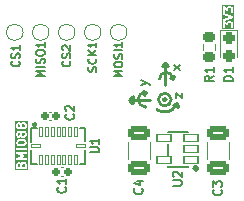
<source format=gbr>
%TF.GenerationSoftware,KiCad,Pcbnew,9.0.0*%
%TF.CreationDate,2025-05-23T15:59:06+04:00*%
%TF.ProjectId,02_03_sensor_IMU_BMI088,30325f30-335f-4736-956e-736f725f494d,rev?*%
%TF.SameCoordinates,Original*%
%TF.FileFunction,Legend,Top*%
%TF.FilePolarity,Positive*%
%FSLAX46Y46*%
G04 Gerber Fmt 4.6, Leading zero omitted, Abs format (unit mm)*
G04 Created by KiCad (PCBNEW 9.0.0) date 2025-05-23 15:59:06*
%MOMM*%
%LPD*%
G01*
G04 APERTURE LIST*
G04 Aperture macros list*
%AMRoundRect*
0 Rectangle with rounded corners*
0 $1 Rounding radius*
0 $2 $3 $4 $5 $6 $7 $8 $9 X,Y pos of 4 corners*
0 Add a 4 corners polygon primitive as box body*
4,1,4,$2,$3,$4,$5,$6,$7,$8,$9,$2,$3,0*
0 Add four circle primitives for the rounded corners*
1,1,$1+$1,$2,$3*
1,1,$1+$1,$4,$5*
1,1,$1+$1,$6,$7*
1,1,$1+$1,$8,$9*
0 Add four rect primitives between the rounded corners*
20,1,$1+$1,$2,$3,$4,$5,0*
20,1,$1+$1,$4,$5,$6,$7,0*
20,1,$1+$1,$6,$7,$8,$9,0*
20,1,$1+$1,$8,$9,$2,$3,0*%
G04 Aperture macros list end*
%ADD10C,0.254000*%
%ADD11C,0.190500*%
%ADD12C,0.150000*%
%ADD13C,0.175000*%
%ADD14C,0.152000*%
%ADD15C,0.059995*%
%ADD16C,0.300000*%
%ADD17C,0.120000*%
%ADD18C,0.200000*%
%ADD19C,0.254001*%
%ADD20C,0.100000*%
%ADD21C,0.000000*%
%ADD22RoundRect,0.101600X0.175000X0.725000X-0.175000X0.725000X-0.175000X-0.725000X0.175000X-0.725000X0*%
%ADD23C,0.657200*%
%ADD24RoundRect,0.050000X0.600000X-0.300000X0.600000X0.300000X-0.600000X0.300000X-0.600000X-0.300000X0*%
%ADD25RoundRect,0.243750X-0.281250X0.243750X-0.281250X-0.243750X0.281250X-0.243750X0.281250X0.243750X0*%
%ADD26C,1.100000*%
%ADD27RoundRect,0.050000X-0.125006X-0.400000X0.125006X-0.400000X0.125006X0.400000X-0.125006X0.400000X0*%
%ADD28RoundRect,0.050000X0.400000X-0.125006X0.400000X0.125006X-0.400000X0.125006X-0.400000X-0.125006X0*%
%ADD29RoundRect,0.050000X0.125006X0.400000X-0.125006X0.400000X-0.125006X-0.400000X0.125006X-0.400000X0*%
%ADD30RoundRect,0.050000X-0.400000X0.125006X-0.400000X-0.125006X0.400000X-0.125006X0.400000X0.125006X0*%
%ADD31RoundRect,0.225000X-0.300000X0.225000X-0.300000X-0.225000X0.300000X-0.225000X0.300000X0.225000X0*%
%ADD32RoundRect,0.165000X-0.165000X-0.195000X0.165000X-0.195000X0.165000X0.195000X-0.165000X0.195000X0*%
%ADD33RoundRect,0.271739X0.678261X-0.353261X0.678261X0.353261X-0.678261X0.353261X-0.678261X-0.353261X0*%
%ADD34RoundRect,0.165000X0.165000X0.195000X-0.165000X0.195000X-0.165000X-0.195000X0.165000X-0.195000X0*%
G04 APERTURE END LIST*
D10*
X152347625Y-97263100D02*
X152347625Y-99168100D01*
X153265200Y-100854025D02*
G75*
G02*
X151652268Y-101260469I-977000J473525D01*
G01*
X153036600Y-100850850D02*
X153392200Y-101057225D01*
X150687100Y-101031825D02*
G75*
G02*
X150687100Y-99761775I0J635025D01*
G01*
X149290100Y-100396825D02*
X149544100Y-100142825D01*
X152982625Y-98660100D02*
X152728625Y-98533100D01*
X153344575Y-100723850D02*
X153036600Y-100850850D01*
X152601625Y-97517100D02*
X152093625Y-97517100D01*
X150687100Y-99761825D02*
X150433100Y-99634825D01*
X152347625Y-97263100D02*
X152093625Y-97517100D01*
X153109625Y-98406100D02*
X152728625Y-98533100D01*
X149569500Y-100676225D02*
X149569500Y-100117425D01*
X149290100Y-100396825D02*
X149544100Y-100650825D01*
X152347625Y-97263100D02*
X152601625Y-97517100D01*
X152982625Y-98660100D02*
X153109625Y-98406100D01*
X150560100Y-99990425D02*
X150433100Y-99634825D01*
X153344575Y-100723850D02*
X153392200Y-101057225D01*
X150687100Y-99761825D02*
X150560100Y-99990425D01*
X149290100Y-100396825D02*
X151068100Y-100396825D01*
X152833400Y-100400000D02*
G75*
G02*
X151766600Y-100400000I-533400J0D01*
G01*
X151766600Y-100400000D02*
G75*
G02*
X152833400Y-100400000I533400J0D01*
G01*
X151839625Y-98660100D02*
G75*
G02*
X152982625Y-98660100I571500J-16D01*
G01*
X152427000Y-100400000D02*
G75*
G02*
X152173000Y-100400000I-127000J0D01*
G01*
X152173000Y-100400000D02*
G75*
G02*
X152427000Y-100400000I127000J0D01*
G01*
D11*
X150258855Y-99160386D02*
X150792189Y-98969910D01*
X150258855Y-98779433D02*
X150792189Y-98969910D01*
X150792189Y-98969910D02*
X150982665Y-99046100D01*
X150982665Y-99046100D02*
X151020760Y-99084195D01*
X151020760Y-99084195D02*
X151058855Y-99160386D01*
D12*
G36*
X158168811Y-94418004D02*
G01*
X157163255Y-94418004D01*
X157163255Y-93833333D01*
X157241033Y-93833333D01*
X157241033Y-94266667D01*
X157242474Y-94281299D01*
X157253673Y-94308335D01*
X157274365Y-94329027D01*
X157301401Y-94340226D01*
X157330665Y-94340226D01*
X157357701Y-94329027D01*
X157378393Y-94308335D01*
X157389592Y-94281299D01*
X157391033Y-94266667D01*
X157391033Y-93998615D01*
X157533312Y-94123110D01*
X157539636Y-94127631D01*
X157541032Y-94129027D01*
X157542355Y-94129575D01*
X157545273Y-94131661D01*
X157556810Y-94135562D01*
X157568068Y-94140226D01*
X157570599Y-94140226D01*
X157572994Y-94141036D01*
X157585147Y-94140226D01*
X157597332Y-94140226D01*
X157599668Y-94139258D01*
X157602192Y-94139090D01*
X157613117Y-94133687D01*
X157624368Y-94129027D01*
X157626154Y-94127240D01*
X157628424Y-94126118D01*
X157636449Y-94116945D01*
X157645060Y-94108335D01*
X157646028Y-94105998D01*
X157647694Y-94104094D01*
X157651595Y-94092556D01*
X157656259Y-94081299D01*
X157656610Y-94077728D01*
X157657069Y-94076373D01*
X157656937Y-94074405D01*
X157657700Y-94066667D01*
X157657700Y-93984371D01*
X157677671Y-93944427D01*
X157693793Y-93928305D01*
X157733738Y-93908333D01*
X157864994Y-93908333D01*
X157904940Y-93928306D01*
X157921061Y-93944427D01*
X157941033Y-93984371D01*
X157941033Y-94148962D01*
X157921061Y-94188906D01*
X157896333Y-94213634D01*
X157887006Y-94224999D01*
X157875807Y-94252036D01*
X157875807Y-94281298D01*
X157887006Y-94308335D01*
X157907698Y-94329027D01*
X157934735Y-94340226D01*
X157963997Y-94340226D01*
X157991034Y-94329027D01*
X158002399Y-94319700D01*
X158035733Y-94286366D01*
X158040451Y-94280616D01*
X158041950Y-94279317D01*
X158043371Y-94277057D01*
X158045060Y-94275001D01*
X158045817Y-94273173D01*
X158049782Y-94266874D01*
X158083115Y-94200208D01*
X158088370Y-94186476D01*
X158088560Y-94183788D01*
X158089592Y-94181299D01*
X158091033Y-94166667D01*
X158091033Y-93966667D01*
X158089592Y-93952035D01*
X158088560Y-93949545D01*
X158088370Y-93946858D01*
X158083115Y-93933127D01*
X158049782Y-93866459D01*
X158045817Y-93860161D01*
X158045060Y-93858332D01*
X158043369Y-93856272D01*
X158041950Y-93854017D01*
X158040453Y-93852719D01*
X158035732Y-93846966D01*
X158002398Y-93813633D01*
X157996646Y-93808912D01*
X157995350Y-93807418D01*
X157993095Y-93805998D01*
X157991033Y-93804306D01*
X157989202Y-93803548D01*
X157982908Y-93799585D01*
X157916242Y-93766251D01*
X157902510Y-93760996D01*
X157899820Y-93760804D01*
X157897332Y-93759774D01*
X157882700Y-93758333D01*
X157716033Y-93758333D01*
X157701401Y-93759774D01*
X157698912Y-93760804D01*
X157696223Y-93760996D01*
X157682491Y-93766251D01*
X157615825Y-93799585D01*
X157609528Y-93803548D01*
X157607698Y-93804307D01*
X157605636Y-93805998D01*
X157603382Y-93807418D01*
X157602085Y-93808913D01*
X157596333Y-93813634D01*
X157563000Y-93846967D01*
X157558281Y-93852716D01*
X157556783Y-93854016D01*
X157555361Y-93856275D01*
X157553673Y-93858332D01*
X157552915Y-93860159D01*
X157548951Y-93866459D01*
X157524248Y-93915864D01*
X157365421Y-93776890D01*
X157359096Y-93772368D01*
X157357701Y-93770973D01*
X157356377Y-93770424D01*
X157353460Y-93768339D01*
X157341922Y-93764437D01*
X157330665Y-93759774D01*
X157328134Y-93759774D01*
X157325739Y-93758964D01*
X157313586Y-93759774D01*
X157301401Y-93759774D01*
X157299064Y-93760741D01*
X157296541Y-93760910D01*
X157285615Y-93766312D01*
X157274365Y-93770973D01*
X157272578Y-93772759D01*
X157270309Y-93773882D01*
X157262283Y-93783054D01*
X157253673Y-93791665D01*
X157252704Y-93794001D01*
X157251039Y-93795906D01*
X157247137Y-93807443D01*
X157242474Y-93818701D01*
X157242122Y-93822271D01*
X157241664Y-93823627D01*
X157241795Y-93825594D01*
X157241033Y-93833333D01*
X157163255Y-93833333D01*
X157163255Y-93157286D01*
X157241622Y-93157286D01*
X157243697Y-93186476D01*
X157256783Y-93212649D01*
X157278890Y-93231823D01*
X157292316Y-93237817D01*
X157778863Y-93399999D01*
X157292316Y-93562182D01*
X157278890Y-93568176D01*
X157256783Y-93587350D01*
X157243697Y-93613523D01*
X157241622Y-93642713D01*
X157250876Y-93670476D01*
X157270050Y-93692583D01*
X157296223Y-93705669D01*
X157325413Y-93707744D01*
X157339750Y-93704484D01*
X158039750Y-93471151D01*
X158053176Y-93465157D01*
X158057224Y-93461645D01*
X158062016Y-93459250D01*
X158068178Y-93452145D01*
X158075283Y-93445983D01*
X158077679Y-93441190D01*
X158081190Y-93437143D01*
X158084163Y-93428223D01*
X158088370Y-93419810D01*
X158088750Y-93414461D01*
X158090444Y-93409380D01*
X158089777Y-93400007D01*
X158090445Y-93390620D01*
X158088748Y-93385531D01*
X158088369Y-93380190D01*
X158084165Y-93371782D01*
X158081190Y-93362857D01*
X158077678Y-93358808D01*
X158075283Y-93354017D01*
X158068180Y-93347857D01*
X158062017Y-93340750D01*
X158057222Y-93338352D01*
X158053176Y-93334843D01*
X158039750Y-93328849D01*
X157339750Y-93095515D01*
X157325413Y-93092255D01*
X157296223Y-93094330D01*
X157270050Y-93107416D01*
X157250876Y-93129523D01*
X157241622Y-93157286D01*
X157163255Y-93157286D01*
X157163255Y-92566666D01*
X157241033Y-92566666D01*
X157241033Y-93000000D01*
X157242474Y-93014632D01*
X157253673Y-93041668D01*
X157274365Y-93062360D01*
X157301401Y-93073559D01*
X157330665Y-93073559D01*
X157357701Y-93062360D01*
X157378393Y-93041668D01*
X157389592Y-93014632D01*
X157391033Y-93000000D01*
X157391033Y-92731948D01*
X157533312Y-92856443D01*
X157539636Y-92860964D01*
X157541032Y-92862360D01*
X157542355Y-92862908D01*
X157545273Y-92864994D01*
X157556810Y-92868895D01*
X157568068Y-92873559D01*
X157570599Y-92873559D01*
X157572994Y-92874369D01*
X157585147Y-92873559D01*
X157597332Y-92873559D01*
X157599668Y-92872591D01*
X157602192Y-92872423D01*
X157613117Y-92867020D01*
X157624368Y-92862360D01*
X157626154Y-92860573D01*
X157628424Y-92859451D01*
X157636449Y-92850278D01*
X157645060Y-92841668D01*
X157646028Y-92839331D01*
X157647694Y-92837427D01*
X157651595Y-92825889D01*
X157656259Y-92814632D01*
X157656610Y-92811061D01*
X157657069Y-92809706D01*
X157656937Y-92807738D01*
X157657700Y-92800000D01*
X157657700Y-92717704D01*
X157677671Y-92677760D01*
X157693793Y-92661638D01*
X157733738Y-92641666D01*
X157864994Y-92641666D01*
X157904940Y-92661639D01*
X157921061Y-92677760D01*
X157941033Y-92717704D01*
X157941033Y-92882295D01*
X157921061Y-92922239D01*
X157896333Y-92946967D01*
X157887006Y-92958332D01*
X157875807Y-92985369D01*
X157875807Y-93014631D01*
X157887006Y-93041668D01*
X157907698Y-93062360D01*
X157934735Y-93073559D01*
X157963997Y-93073559D01*
X157991034Y-93062360D01*
X158002399Y-93053033D01*
X158035733Y-93019699D01*
X158040451Y-93013949D01*
X158041950Y-93012650D01*
X158043371Y-93010390D01*
X158045060Y-93008334D01*
X158045817Y-93006506D01*
X158049782Y-93000207D01*
X158083115Y-92933541D01*
X158088370Y-92919809D01*
X158088560Y-92917121D01*
X158089592Y-92914632D01*
X158091033Y-92900000D01*
X158091033Y-92700000D01*
X158089592Y-92685368D01*
X158088560Y-92682878D01*
X158088370Y-92680191D01*
X158083115Y-92666460D01*
X158049782Y-92599792D01*
X158045817Y-92593494D01*
X158045060Y-92591665D01*
X158043369Y-92589605D01*
X158041950Y-92587350D01*
X158040453Y-92586052D01*
X158035732Y-92580299D01*
X158002398Y-92546966D01*
X157996646Y-92542245D01*
X157995350Y-92540751D01*
X157993095Y-92539331D01*
X157991033Y-92537639D01*
X157989202Y-92536881D01*
X157982908Y-92532918D01*
X157916242Y-92499584D01*
X157902510Y-92494329D01*
X157899820Y-92494137D01*
X157897332Y-92493107D01*
X157882700Y-92491666D01*
X157716033Y-92491666D01*
X157701401Y-92493107D01*
X157698912Y-92494137D01*
X157696223Y-92494329D01*
X157682491Y-92499584D01*
X157615825Y-92532918D01*
X157609528Y-92536881D01*
X157607698Y-92537640D01*
X157605636Y-92539331D01*
X157603382Y-92540751D01*
X157602085Y-92542246D01*
X157596333Y-92546967D01*
X157563000Y-92580300D01*
X157558281Y-92586049D01*
X157556783Y-92587349D01*
X157555361Y-92589608D01*
X157553673Y-92591665D01*
X157552915Y-92593492D01*
X157548951Y-92599792D01*
X157524248Y-92649197D01*
X157365421Y-92510223D01*
X157359096Y-92505701D01*
X157357701Y-92504306D01*
X157356377Y-92503757D01*
X157353460Y-92501672D01*
X157341922Y-92497770D01*
X157330665Y-92493107D01*
X157328134Y-92493107D01*
X157325739Y-92492297D01*
X157313586Y-92493107D01*
X157301401Y-92493107D01*
X157299064Y-92494074D01*
X157296541Y-92494243D01*
X157285615Y-92499645D01*
X157274365Y-92504306D01*
X157272578Y-92506092D01*
X157270309Y-92507215D01*
X157262283Y-92516387D01*
X157253673Y-92524998D01*
X157252704Y-92527334D01*
X157251039Y-92529239D01*
X157247137Y-92540776D01*
X157242474Y-92552034D01*
X157242122Y-92555604D01*
X157241664Y-92556960D01*
X157241795Y-92558927D01*
X157241033Y-92566666D01*
X157163255Y-92566666D01*
X157163255Y-92413888D01*
X158168811Y-92413888D01*
X158168811Y-94418004D01*
G37*
D11*
X153592189Y-97860386D02*
X153058855Y-97441338D01*
X153058855Y-97860386D02*
X153592189Y-97441338D01*
X153258855Y-100260386D02*
X153258855Y-99841338D01*
X153258855Y-99841338D02*
X153792189Y-100260386D01*
X153792189Y-100260386D02*
X153792189Y-99841338D01*
D13*
G36*
X140021744Y-105889767D02*
G01*
X140037380Y-105905403D01*
X140057507Y-105945656D01*
X140057507Y-106087500D01*
X139875364Y-106087500D01*
X139875364Y-105945655D01*
X139895489Y-105905404D01*
X139911123Y-105889769D01*
X139951378Y-105869643D01*
X139981495Y-105869643D01*
X140021744Y-105889767D01*
G37*
G36*
X140414602Y-105854054D02*
G01*
X140430237Y-105869688D01*
X140450364Y-105909942D01*
X140450364Y-106087500D01*
X140232507Y-106087500D01*
X140232507Y-105939199D01*
X140257198Y-105865123D01*
X140268265Y-105854056D01*
X140308521Y-105833929D01*
X140374352Y-105833929D01*
X140414602Y-105854054D01*
G37*
G36*
X140364467Y-103936129D02*
G01*
X140414603Y-103961197D01*
X140430239Y-103976833D01*
X140450364Y-104017083D01*
X140450364Y-104047200D01*
X140430237Y-104087454D01*
X140414602Y-104103088D01*
X140364470Y-104128154D01*
X140241376Y-104158928D01*
X140084348Y-104158928D01*
X139961260Y-104128155D01*
X139911122Y-104103086D01*
X139895491Y-104087455D01*
X139875364Y-104047200D01*
X139875364Y-104017083D01*
X139895489Y-103976833D01*
X139911124Y-103961197D01*
X139961257Y-103936130D01*
X140084348Y-103905357D01*
X140241376Y-103905357D01*
X140364467Y-103936129D01*
G37*
G36*
X140414602Y-103211196D02*
G01*
X140430239Y-103226833D01*
X140450364Y-103267083D01*
X140450364Y-103368628D01*
X140430237Y-103408882D01*
X140414602Y-103424516D01*
X140374352Y-103444642D01*
X140272807Y-103444642D01*
X140232551Y-103424514D01*
X140216918Y-103408881D01*
X140196792Y-103368628D01*
X140196792Y-103267084D01*
X140216918Y-103226831D01*
X140232552Y-103211197D01*
X140272807Y-103191071D01*
X140374352Y-103191071D01*
X140414602Y-103211196D01*
G37*
G36*
X139986032Y-103211197D02*
G01*
X140001666Y-103226832D01*
X140021792Y-103267083D01*
X140021792Y-103368628D01*
X140001664Y-103408883D01*
X139986033Y-103424514D01*
X139948578Y-103443242D01*
X139911122Y-103424514D01*
X139895491Y-103408883D01*
X139875364Y-103368628D01*
X139875364Y-103267083D01*
X139895489Y-103226832D01*
X139911123Y-103211197D01*
X139948578Y-103192470D01*
X139986032Y-103211197D01*
G37*
G36*
X140414602Y-102496910D02*
G01*
X140430239Y-102512547D01*
X140450364Y-102552797D01*
X140450364Y-102654342D01*
X140430237Y-102694596D01*
X140414602Y-102710230D01*
X140374352Y-102730356D01*
X140272807Y-102730356D01*
X140232551Y-102710228D01*
X140216918Y-102694595D01*
X140196792Y-102654342D01*
X140196792Y-102552798D01*
X140216918Y-102512545D01*
X140232552Y-102496911D01*
X140272807Y-102476785D01*
X140374352Y-102476785D01*
X140414602Y-102496910D01*
G37*
G36*
X139986032Y-102496911D02*
G01*
X140001666Y-102512546D01*
X140021792Y-102552797D01*
X140021792Y-102654342D01*
X140001664Y-102694597D01*
X139986033Y-102710228D01*
X139948578Y-102728956D01*
X139911122Y-102710228D01*
X139895491Y-102694597D01*
X139875364Y-102654342D01*
X139875364Y-102552797D01*
X139895489Y-102512546D01*
X139911123Y-102496911D01*
X139948578Y-102478184D01*
X139986032Y-102496911D01*
G37*
G36*
X140712864Y-106350000D02*
G01*
X139612864Y-106350000D01*
X139612864Y-105925000D01*
X139700364Y-105925000D01*
X139700364Y-106175000D01*
X139702045Y-106192070D01*
X139715110Y-106223612D01*
X139739252Y-106247754D01*
X139770794Y-106260819D01*
X139787864Y-106262500D01*
X140537864Y-106262500D01*
X140554934Y-106260819D01*
X140586476Y-106247754D01*
X140610618Y-106223612D01*
X140623683Y-106192070D01*
X140625364Y-106175000D01*
X140625364Y-105889286D01*
X140623683Y-105872216D01*
X140622479Y-105869311D01*
X140622257Y-105866175D01*
X140616127Y-105850155D01*
X140580413Y-105778726D01*
X140575787Y-105771378D01*
X140574903Y-105769243D01*
X140572930Y-105766839D01*
X140571275Y-105764210D01*
X140569530Y-105762696D01*
X140564021Y-105755984D01*
X140528306Y-105720270D01*
X140521595Y-105714763D01*
X140520082Y-105713018D01*
X140517451Y-105711362D01*
X140515047Y-105709389D01*
X140512910Y-105708504D01*
X140505566Y-105703881D01*
X140434138Y-105668167D01*
X140418119Y-105662036D01*
X140414981Y-105661813D01*
X140412077Y-105660610D01*
X140395007Y-105658929D01*
X140287864Y-105658929D01*
X140270794Y-105660610D01*
X140267889Y-105661813D01*
X140264753Y-105662036D01*
X140248733Y-105668166D01*
X140177304Y-105703880D01*
X140169954Y-105708506D01*
X140167822Y-105709390D01*
X140165420Y-105711360D01*
X140162788Y-105713018D01*
X140161273Y-105714763D01*
X140154563Y-105720271D01*
X140126535Y-105748298D01*
X140124596Y-105747077D01*
X140122192Y-105745104D01*
X140120054Y-105744218D01*
X140112709Y-105739595D01*
X140041281Y-105703881D01*
X140025262Y-105697750D01*
X140022124Y-105697527D01*
X140019220Y-105696324D01*
X140002150Y-105694643D01*
X139930721Y-105694643D01*
X139913651Y-105696324D01*
X139910746Y-105697527D01*
X139907610Y-105697750D01*
X139891590Y-105703880D01*
X139820161Y-105739594D01*
X139812813Y-105744219D01*
X139810678Y-105745104D01*
X139808274Y-105747076D01*
X139805645Y-105748732D01*
X139804131Y-105750476D01*
X139797419Y-105755986D01*
X139761705Y-105791701D01*
X139756198Y-105798411D01*
X139754453Y-105799925D01*
X139752797Y-105802555D01*
X139750824Y-105804960D01*
X139749939Y-105807096D01*
X139745316Y-105814441D01*
X139709602Y-105885869D01*
X139703471Y-105901888D01*
X139703248Y-105905025D01*
X139702045Y-105907930D01*
X139700364Y-105925000D01*
X139612864Y-105925000D01*
X139612864Y-104938285D01*
X139701378Y-104938285D01*
X139702045Y-104940119D01*
X139702045Y-104942070D01*
X139707856Y-104956100D01*
X139713046Y-104970371D01*
X139714363Y-104971809D01*
X139715110Y-104973612D01*
X139725847Y-104984349D01*
X139736104Y-104995549D01*
X139738417Y-104996919D01*
X139739252Y-104997754D01*
X139741162Y-104998545D01*
X139750862Y-105004291D01*
X140116666Y-105175000D01*
X139750862Y-105345709D01*
X139741162Y-105351454D01*
X139739252Y-105352246D01*
X139738417Y-105353080D01*
X139736104Y-105354451D01*
X139725847Y-105365650D01*
X139715110Y-105376388D01*
X139714363Y-105378190D01*
X139713046Y-105379629D01*
X139707856Y-105393899D01*
X139702045Y-105407930D01*
X139702045Y-105409880D01*
X139701378Y-105411715D01*
X139702045Y-105426881D01*
X139702045Y-105442070D01*
X139702792Y-105443874D01*
X139702878Y-105445823D01*
X139709297Y-105459579D01*
X139715110Y-105473612D01*
X139716489Y-105474991D01*
X139717315Y-105476760D01*
X139728514Y-105487016D01*
X139739252Y-105497754D01*
X139741054Y-105498500D01*
X139742493Y-105499818D01*
X139756763Y-105505007D01*
X139770794Y-105510819D01*
X139773469Y-105511082D01*
X139774579Y-105511486D01*
X139776644Y-105511395D01*
X139787864Y-105512500D01*
X140537864Y-105512500D01*
X140554934Y-105510819D01*
X140586476Y-105497754D01*
X140610618Y-105473612D01*
X140623683Y-105442070D01*
X140623683Y-105407930D01*
X140610618Y-105376388D01*
X140586476Y-105352246D01*
X140554934Y-105339181D01*
X140537864Y-105337500D01*
X140182275Y-105337500D01*
X140360580Y-105254291D01*
X140366830Y-105250588D01*
X140368949Y-105249818D01*
X140370446Y-105248446D01*
X140375338Y-105245549D01*
X140384319Y-105235741D01*
X140394127Y-105226760D01*
X140395770Y-105223237D01*
X140398396Y-105220371D01*
X140402939Y-105207875D01*
X140408564Y-105195823D01*
X140408734Y-105191937D01*
X140410063Y-105188285D01*
X140409479Y-105175000D01*
X140410063Y-105161715D01*
X140408734Y-105158062D01*
X140408564Y-105154177D01*
X140402939Y-105142124D01*
X140398396Y-105129629D01*
X140395770Y-105126762D01*
X140394127Y-105123240D01*
X140384319Y-105114258D01*
X140375338Y-105104451D01*
X140370446Y-105101553D01*
X140368949Y-105100182D01*
X140366830Y-105099411D01*
X140360580Y-105095709D01*
X140182275Y-105012500D01*
X140537864Y-105012500D01*
X140554934Y-105010819D01*
X140586476Y-104997754D01*
X140610618Y-104973612D01*
X140623683Y-104942070D01*
X140623683Y-104907930D01*
X140610618Y-104876388D01*
X140586476Y-104852246D01*
X140554934Y-104839181D01*
X140537864Y-104837500D01*
X139787864Y-104837500D01*
X139776644Y-104838604D01*
X139774579Y-104838514D01*
X139773469Y-104838917D01*
X139770794Y-104839181D01*
X139756763Y-104844992D01*
X139742493Y-104850182D01*
X139741054Y-104851499D01*
X139739252Y-104852246D01*
X139728514Y-104862983D01*
X139717315Y-104873240D01*
X139716489Y-104875008D01*
X139715110Y-104876388D01*
X139709297Y-104890420D01*
X139702878Y-104904177D01*
X139702792Y-104906125D01*
X139702045Y-104907930D01*
X139702045Y-104923118D01*
X139701378Y-104938285D01*
X139612864Y-104938285D01*
X139612864Y-104550787D01*
X139702045Y-104550787D01*
X139702045Y-104584927D01*
X139715110Y-104616469D01*
X139739252Y-104640611D01*
X139770794Y-104653676D01*
X139787864Y-104655357D01*
X140537864Y-104655357D01*
X140554934Y-104653676D01*
X140586476Y-104640611D01*
X140610618Y-104616469D01*
X140623683Y-104584927D01*
X140623683Y-104550787D01*
X140610618Y-104519245D01*
X140586476Y-104495103D01*
X140554934Y-104482038D01*
X140537864Y-104480357D01*
X139787864Y-104480357D01*
X139770794Y-104482038D01*
X139739252Y-104495103D01*
X139715110Y-104519245D01*
X139702045Y-104550787D01*
X139612864Y-104550787D01*
X139612864Y-103996428D01*
X139700364Y-103996428D01*
X139700364Y-104067857D01*
X139702045Y-104084927D01*
X139703248Y-104087831D01*
X139703471Y-104090968D01*
X139709601Y-104106988D01*
X139745315Y-104178417D01*
X139749938Y-104185762D01*
X139750824Y-104187899D01*
X139752798Y-104190304D01*
X139754453Y-104192933D01*
X139756196Y-104194445D01*
X139761706Y-104201158D01*
X139797420Y-104236872D01*
X139804130Y-104242379D01*
X139805645Y-104244125D01*
X139808277Y-104245782D01*
X139810679Y-104247753D01*
X139812811Y-104248636D01*
X139820161Y-104253263D01*
X139891590Y-104288977D01*
X139892839Y-104289455D01*
X139893347Y-104289831D01*
X139900513Y-104292391D01*
X139907610Y-104295107D01*
X139908238Y-104295151D01*
X139909499Y-104295602D01*
X140052357Y-104331316D01*
X140055317Y-104331753D01*
X140056508Y-104332247D01*
X140062930Y-104332879D01*
X140069325Y-104333825D01*
X140070602Y-104333634D01*
X140073578Y-104333928D01*
X140252150Y-104333928D01*
X140255126Y-104333634D01*
X140256404Y-104333825D01*
X140262800Y-104332879D01*
X140269220Y-104332247D01*
X140270410Y-104331753D01*
X140273372Y-104331316D01*
X140416229Y-104295601D01*
X140417486Y-104295151D01*
X140418119Y-104295107D01*
X140425215Y-104292391D01*
X140432382Y-104289831D01*
X140432892Y-104289452D01*
X140434138Y-104288976D01*
X140505566Y-104253262D01*
X140512910Y-104248638D01*
X140515047Y-104247754D01*
X140517451Y-104245780D01*
X140520082Y-104244125D01*
X140521595Y-104242379D01*
X140528306Y-104236873D01*
X140564021Y-104201159D01*
X140569530Y-104194446D01*
X140571275Y-104192933D01*
X140572930Y-104190303D01*
X140574903Y-104187900D01*
X140575787Y-104185764D01*
X140580413Y-104178417D01*
X140616127Y-104106988D01*
X140622257Y-104090968D01*
X140622479Y-104087831D01*
X140623683Y-104084927D01*
X140625364Y-104067857D01*
X140625364Y-103996428D01*
X140623683Y-103979358D01*
X140622479Y-103976453D01*
X140622257Y-103973317D01*
X140616126Y-103957297D01*
X140580412Y-103885869D01*
X140575788Y-103878523D01*
X140574903Y-103876386D01*
X140572929Y-103873981D01*
X140571275Y-103871353D01*
X140569530Y-103869840D01*
X140564021Y-103863127D01*
X140528306Y-103827413D01*
X140521595Y-103821906D01*
X140520083Y-103820162D01*
X140517452Y-103818506D01*
X140515047Y-103816532D01*
X140512911Y-103815647D01*
X140505567Y-103811024D01*
X140434139Y-103775309D01*
X140432891Y-103774831D01*
X140432382Y-103774454D01*
X140425221Y-103771896D01*
X140418119Y-103769178D01*
X140417486Y-103769133D01*
X140416229Y-103768684D01*
X140273372Y-103732969D01*
X140270410Y-103732531D01*
X140269220Y-103732038D01*
X140262800Y-103731405D01*
X140256404Y-103730460D01*
X140255126Y-103730650D01*
X140252150Y-103730357D01*
X140073578Y-103730357D01*
X140070602Y-103730650D01*
X140069325Y-103730460D01*
X140062930Y-103731405D01*
X140056508Y-103732038D01*
X140055317Y-103732531D01*
X140052357Y-103732969D01*
X139909499Y-103768683D01*
X139908238Y-103769133D01*
X139907609Y-103769178D01*
X139900515Y-103771892D01*
X139893347Y-103774454D01*
X139892838Y-103774830D01*
X139891589Y-103775309D01*
X139820160Y-103811024D01*
X139812810Y-103815649D01*
X139810679Y-103816533D01*
X139808279Y-103818501D01*
X139805644Y-103820161D01*
X139804127Y-103821909D01*
X139797420Y-103827414D01*
X139761706Y-103863128D01*
X139756196Y-103869840D01*
X139754453Y-103871353D01*
X139752799Y-103873980D01*
X139750824Y-103876387D01*
X139749938Y-103878525D01*
X139745316Y-103885869D01*
X139709602Y-103957297D01*
X139703471Y-103973316D01*
X139703248Y-103976453D01*
X139702045Y-103979358D01*
X139700364Y-103996428D01*
X139612864Y-103996428D01*
X139612864Y-103246428D01*
X139700364Y-103246428D01*
X139700364Y-103389285D01*
X139702045Y-103406355D01*
X139703248Y-103409259D01*
X139703471Y-103412396D01*
X139709601Y-103428416D01*
X139745315Y-103499845D01*
X139749938Y-103507190D01*
X139750824Y-103509327D01*
X139752798Y-103511732D01*
X139754453Y-103514361D01*
X139756196Y-103515873D01*
X139761706Y-103522586D01*
X139797420Y-103558300D01*
X139804130Y-103563807D01*
X139805645Y-103565553D01*
X139808277Y-103567210D01*
X139810679Y-103569181D01*
X139812811Y-103570064D01*
X139820161Y-103574691D01*
X139891590Y-103610405D01*
X139907610Y-103616535D01*
X139910746Y-103616757D01*
X139913651Y-103617961D01*
X139930721Y-103619642D01*
X139966435Y-103619642D01*
X139983505Y-103617961D01*
X139986409Y-103616757D01*
X139989546Y-103616535D01*
X140005566Y-103610405D01*
X140076995Y-103574691D01*
X140084340Y-103570067D01*
X140086477Y-103569182D01*
X140088882Y-103567207D01*
X140091511Y-103565553D01*
X140093023Y-103563809D01*
X140099736Y-103558300D01*
X140109292Y-103548743D01*
X140118849Y-103558300D01*
X140125559Y-103563807D01*
X140127074Y-103565553D01*
X140129706Y-103567210D01*
X140132108Y-103569181D01*
X140134240Y-103570064D01*
X140141590Y-103574691D01*
X140213019Y-103610405D01*
X140229039Y-103616535D01*
X140232175Y-103616757D01*
X140235080Y-103617961D01*
X140252150Y-103619642D01*
X140395007Y-103619642D01*
X140412077Y-103617961D01*
X140414981Y-103616757D01*
X140418119Y-103616535D01*
X140434138Y-103610404D01*
X140505566Y-103574690D01*
X140512910Y-103570066D01*
X140515047Y-103569182D01*
X140517451Y-103567208D01*
X140520082Y-103565553D01*
X140521595Y-103563807D01*
X140528306Y-103558301D01*
X140564021Y-103522587D01*
X140569530Y-103515874D01*
X140571275Y-103514361D01*
X140572930Y-103511731D01*
X140574903Y-103509328D01*
X140575787Y-103507192D01*
X140580413Y-103499845D01*
X140616127Y-103428416D01*
X140622257Y-103412396D01*
X140622479Y-103409259D01*
X140623683Y-103406355D01*
X140625364Y-103389285D01*
X140625364Y-103246428D01*
X140623683Y-103229358D01*
X140622479Y-103226453D01*
X140622257Y-103223317D01*
X140616126Y-103207297D01*
X140580412Y-103135869D01*
X140575789Y-103128525D01*
X140574904Y-103126387D01*
X140572928Y-103123980D01*
X140571275Y-103121353D01*
X140569531Y-103119840D01*
X140564022Y-103113128D01*
X140528307Y-103077413D01*
X140521594Y-103071903D01*
X140520082Y-103070160D01*
X140517454Y-103068506D01*
X140515048Y-103066531D01*
X140512909Y-103065645D01*
X140505566Y-103061023D01*
X140434138Y-103025309D01*
X140418119Y-103019178D01*
X140414981Y-103018955D01*
X140412077Y-103017752D01*
X140395007Y-103016071D01*
X140252150Y-103016071D01*
X140235080Y-103017752D01*
X140232175Y-103018955D01*
X140229039Y-103019178D01*
X140213019Y-103025308D01*
X140141590Y-103061022D01*
X140134242Y-103065647D01*
X140132107Y-103066532D01*
X140129703Y-103068504D01*
X140127074Y-103070160D01*
X140125560Y-103071904D01*
X140118848Y-103077414D01*
X140109292Y-103086969D01*
X140099737Y-103077414D01*
X140093024Y-103071904D01*
X140091511Y-103070160D01*
X140088881Y-103068504D01*
X140086478Y-103066532D01*
X140084343Y-103065647D01*
X140076995Y-103061022D01*
X140005566Y-103025308D01*
X139989546Y-103019178D01*
X139986409Y-103018955D01*
X139983505Y-103017752D01*
X139966435Y-103016071D01*
X139930721Y-103016071D01*
X139913651Y-103017752D01*
X139910746Y-103018955D01*
X139907610Y-103019178D01*
X139891590Y-103025308D01*
X139820161Y-103061022D01*
X139812813Y-103065647D01*
X139810678Y-103066532D01*
X139808274Y-103068504D01*
X139805645Y-103070160D01*
X139804131Y-103071904D01*
X139797419Y-103077414D01*
X139761705Y-103113129D01*
X139756198Y-103119839D01*
X139754453Y-103121353D01*
X139752797Y-103123983D01*
X139750824Y-103126388D01*
X139749939Y-103128524D01*
X139745316Y-103135869D01*
X139709602Y-103207297D01*
X139703471Y-103223316D01*
X139703248Y-103226453D01*
X139702045Y-103229358D01*
X139700364Y-103246428D01*
X139612864Y-103246428D01*
X139612864Y-102532142D01*
X139700364Y-102532142D01*
X139700364Y-102674999D01*
X139702045Y-102692069D01*
X139703248Y-102694973D01*
X139703471Y-102698110D01*
X139709601Y-102714130D01*
X139745315Y-102785559D01*
X139749938Y-102792904D01*
X139750824Y-102795041D01*
X139752798Y-102797446D01*
X139754453Y-102800075D01*
X139756196Y-102801587D01*
X139761706Y-102808300D01*
X139797420Y-102844014D01*
X139804130Y-102849521D01*
X139805645Y-102851267D01*
X139808277Y-102852924D01*
X139810679Y-102854895D01*
X139812811Y-102855778D01*
X139820161Y-102860405D01*
X139891590Y-102896119D01*
X139907610Y-102902249D01*
X139910746Y-102902471D01*
X139913651Y-102903675D01*
X139930721Y-102905356D01*
X139966435Y-102905356D01*
X139983505Y-102903675D01*
X139986409Y-102902471D01*
X139989546Y-102902249D01*
X140005566Y-102896119D01*
X140076995Y-102860405D01*
X140084340Y-102855781D01*
X140086477Y-102854896D01*
X140088882Y-102852921D01*
X140091511Y-102851267D01*
X140093023Y-102849523D01*
X140099736Y-102844014D01*
X140109292Y-102834457D01*
X140118849Y-102844014D01*
X140125559Y-102849521D01*
X140127074Y-102851267D01*
X140129706Y-102852924D01*
X140132108Y-102854895D01*
X140134240Y-102855778D01*
X140141590Y-102860405D01*
X140213019Y-102896119D01*
X140229039Y-102902249D01*
X140232175Y-102902471D01*
X140235080Y-102903675D01*
X140252150Y-102905356D01*
X140395007Y-102905356D01*
X140412077Y-102903675D01*
X140414981Y-102902471D01*
X140418119Y-102902249D01*
X140434138Y-102896118D01*
X140505566Y-102860404D01*
X140512910Y-102855780D01*
X140515047Y-102854896D01*
X140517451Y-102852922D01*
X140520082Y-102851267D01*
X140521595Y-102849521D01*
X140528306Y-102844015D01*
X140564021Y-102808301D01*
X140569530Y-102801588D01*
X140571275Y-102800075D01*
X140572930Y-102797445D01*
X140574903Y-102795042D01*
X140575787Y-102792906D01*
X140580413Y-102785559D01*
X140616127Y-102714130D01*
X140622257Y-102698110D01*
X140622479Y-102694973D01*
X140623683Y-102692069D01*
X140625364Y-102674999D01*
X140625364Y-102532142D01*
X140623683Y-102515072D01*
X140622479Y-102512167D01*
X140622257Y-102509031D01*
X140616126Y-102493011D01*
X140580412Y-102421583D01*
X140575789Y-102414239D01*
X140574904Y-102412101D01*
X140572928Y-102409694D01*
X140571275Y-102407067D01*
X140569531Y-102405554D01*
X140564022Y-102398842D01*
X140528307Y-102363127D01*
X140521594Y-102357617D01*
X140520082Y-102355874D01*
X140517454Y-102354220D01*
X140515048Y-102352245D01*
X140512909Y-102351359D01*
X140505566Y-102346737D01*
X140434138Y-102311023D01*
X140418119Y-102304892D01*
X140414981Y-102304669D01*
X140412077Y-102303466D01*
X140395007Y-102301785D01*
X140252150Y-102301785D01*
X140235080Y-102303466D01*
X140232175Y-102304669D01*
X140229039Y-102304892D01*
X140213019Y-102311022D01*
X140141590Y-102346736D01*
X140134242Y-102351361D01*
X140132107Y-102352246D01*
X140129703Y-102354218D01*
X140127074Y-102355874D01*
X140125560Y-102357618D01*
X140118848Y-102363128D01*
X140109292Y-102372683D01*
X140099737Y-102363128D01*
X140093024Y-102357618D01*
X140091511Y-102355874D01*
X140088881Y-102354218D01*
X140086478Y-102352246D01*
X140084343Y-102351361D01*
X140076995Y-102346736D01*
X140005566Y-102311022D01*
X139989546Y-102304892D01*
X139986409Y-102304669D01*
X139983505Y-102303466D01*
X139966435Y-102301785D01*
X139930721Y-102301785D01*
X139913651Y-102303466D01*
X139910746Y-102304669D01*
X139907610Y-102304892D01*
X139891590Y-102311022D01*
X139820161Y-102346736D01*
X139812813Y-102351361D01*
X139810678Y-102352246D01*
X139808274Y-102354218D01*
X139805645Y-102355874D01*
X139804131Y-102357618D01*
X139797419Y-102363128D01*
X139761705Y-102398843D01*
X139756198Y-102405553D01*
X139754453Y-102407067D01*
X139752797Y-102409697D01*
X139750824Y-102412102D01*
X139749939Y-102414238D01*
X139745316Y-102421583D01*
X139709602Y-102493011D01*
X139703471Y-102509030D01*
X139703248Y-102512167D01*
X139702045Y-102515072D01*
X139700364Y-102532142D01*
X139612864Y-102532142D01*
X139612864Y-102214285D01*
X140712864Y-102214285D01*
X140712864Y-106350000D01*
G37*
X152987864Y-107671428D02*
X153595007Y-107671428D01*
X153595007Y-107671428D02*
X153666435Y-107635714D01*
X153666435Y-107635714D02*
X153702150Y-107600000D01*
X153702150Y-107600000D02*
X153737864Y-107528571D01*
X153737864Y-107528571D02*
X153737864Y-107385714D01*
X153737864Y-107385714D02*
X153702150Y-107314285D01*
X153702150Y-107314285D02*
X153666435Y-107278571D01*
X153666435Y-107278571D02*
X153595007Y-107242857D01*
X153595007Y-107242857D02*
X152987864Y-107242857D01*
X153059292Y-106921428D02*
X153023578Y-106885714D01*
X153023578Y-106885714D02*
X152987864Y-106814286D01*
X152987864Y-106814286D02*
X152987864Y-106635714D01*
X152987864Y-106635714D02*
X153023578Y-106564286D01*
X153023578Y-106564286D02*
X153059292Y-106528571D01*
X153059292Y-106528571D02*
X153130721Y-106492857D01*
X153130721Y-106492857D02*
X153202150Y-106492857D01*
X153202150Y-106492857D02*
X153309292Y-106528571D01*
X153309292Y-106528571D02*
X153737864Y-106957143D01*
X153737864Y-106957143D02*
X153737864Y-106492857D01*
X158037864Y-98809771D02*
X157287864Y-98809771D01*
X157287864Y-98809771D02*
X157287864Y-98631200D01*
X157287864Y-98631200D02*
X157323578Y-98524057D01*
X157323578Y-98524057D02*
X157395007Y-98452628D01*
X157395007Y-98452628D02*
X157466435Y-98416914D01*
X157466435Y-98416914D02*
X157609292Y-98381200D01*
X157609292Y-98381200D02*
X157716435Y-98381200D01*
X157716435Y-98381200D02*
X157859292Y-98416914D01*
X157859292Y-98416914D02*
X157930721Y-98452628D01*
X157930721Y-98452628D02*
X158002150Y-98524057D01*
X158002150Y-98524057D02*
X158037864Y-98631200D01*
X158037864Y-98631200D02*
X158037864Y-98809771D01*
X158037864Y-97666914D02*
X158037864Y-98095485D01*
X158037864Y-97881200D02*
X157287864Y-97881200D01*
X157287864Y-97881200D02*
X157395007Y-97952628D01*
X157395007Y-97952628D02*
X157466435Y-98024057D01*
X157466435Y-98024057D02*
X157502150Y-98095485D01*
D12*
X144249366Y-97150000D02*
X144282700Y-97183333D01*
X144282700Y-97183333D02*
X144316033Y-97283333D01*
X144316033Y-97283333D02*
X144316033Y-97350000D01*
X144316033Y-97350000D02*
X144282700Y-97450000D01*
X144282700Y-97450000D02*
X144216033Y-97516667D01*
X144216033Y-97516667D02*
X144149366Y-97550000D01*
X144149366Y-97550000D02*
X144016033Y-97583333D01*
X144016033Y-97583333D02*
X143916033Y-97583333D01*
X143916033Y-97583333D02*
X143782700Y-97550000D01*
X143782700Y-97550000D02*
X143716033Y-97516667D01*
X143716033Y-97516667D02*
X143649366Y-97450000D01*
X143649366Y-97450000D02*
X143616033Y-97350000D01*
X143616033Y-97350000D02*
X143616033Y-97283333D01*
X143616033Y-97283333D02*
X143649366Y-97183333D01*
X143649366Y-97183333D02*
X143682700Y-97150000D01*
X144282700Y-96883333D02*
X144316033Y-96783333D01*
X144316033Y-96783333D02*
X144316033Y-96616667D01*
X144316033Y-96616667D02*
X144282700Y-96550000D01*
X144282700Y-96550000D02*
X144249366Y-96516667D01*
X144249366Y-96516667D02*
X144182700Y-96483333D01*
X144182700Y-96483333D02*
X144116033Y-96483333D01*
X144116033Y-96483333D02*
X144049366Y-96516667D01*
X144049366Y-96516667D02*
X144016033Y-96550000D01*
X144016033Y-96550000D02*
X143982700Y-96616667D01*
X143982700Y-96616667D02*
X143949366Y-96750000D01*
X143949366Y-96750000D02*
X143916033Y-96816667D01*
X143916033Y-96816667D02*
X143882700Y-96850000D01*
X143882700Y-96850000D02*
X143816033Y-96883333D01*
X143816033Y-96883333D02*
X143749366Y-96883333D01*
X143749366Y-96883333D02*
X143682700Y-96850000D01*
X143682700Y-96850000D02*
X143649366Y-96816667D01*
X143649366Y-96816667D02*
X143616033Y-96750000D01*
X143616033Y-96750000D02*
X143616033Y-96583333D01*
X143616033Y-96583333D02*
X143649366Y-96483333D01*
X143682700Y-96216666D02*
X143649366Y-96183333D01*
X143649366Y-96183333D02*
X143616033Y-96116666D01*
X143616033Y-96116666D02*
X143616033Y-95950000D01*
X143616033Y-95950000D02*
X143649366Y-95883333D01*
X143649366Y-95883333D02*
X143682700Y-95850000D01*
X143682700Y-95850000D02*
X143749366Y-95816666D01*
X143749366Y-95816666D02*
X143816033Y-95816666D01*
X143816033Y-95816666D02*
X143916033Y-95850000D01*
X143916033Y-95850000D02*
X144316033Y-96250000D01*
X144316033Y-96250000D02*
X144316033Y-95816666D01*
D13*
X145987864Y-104871428D02*
X146595007Y-104871428D01*
X146595007Y-104871428D02*
X146666435Y-104835714D01*
X146666435Y-104835714D02*
X146702150Y-104800000D01*
X146702150Y-104800000D02*
X146737864Y-104728571D01*
X146737864Y-104728571D02*
X146737864Y-104585714D01*
X146737864Y-104585714D02*
X146702150Y-104514285D01*
X146702150Y-104514285D02*
X146666435Y-104478571D01*
X146666435Y-104478571D02*
X146595007Y-104442857D01*
X146595007Y-104442857D02*
X145987864Y-104442857D01*
X146737864Y-103692857D02*
X146737864Y-104121428D01*
X146737864Y-103907143D02*
X145987864Y-103907143D01*
X145987864Y-103907143D02*
X146095007Y-103978571D01*
X146095007Y-103978571D02*
X146166435Y-104050000D01*
X146166435Y-104050000D02*
X146202150Y-104121428D01*
D12*
X146482700Y-98033333D02*
X146516033Y-97933333D01*
X146516033Y-97933333D02*
X146516033Y-97766667D01*
X146516033Y-97766667D02*
X146482700Y-97700000D01*
X146482700Y-97700000D02*
X146449366Y-97666667D01*
X146449366Y-97666667D02*
X146382700Y-97633333D01*
X146382700Y-97633333D02*
X146316033Y-97633333D01*
X146316033Y-97633333D02*
X146249366Y-97666667D01*
X146249366Y-97666667D02*
X146216033Y-97700000D01*
X146216033Y-97700000D02*
X146182700Y-97766667D01*
X146182700Y-97766667D02*
X146149366Y-97900000D01*
X146149366Y-97900000D02*
X146116033Y-97966667D01*
X146116033Y-97966667D02*
X146082700Y-98000000D01*
X146082700Y-98000000D02*
X146016033Y-98033333D01*
X146016033Y-98033333D02*
X145949366Y-98033333D01*
X145949366Y-98033333D02*
X145882700Y-98000000D01*
X145882700Y-98000000D02*
X145849366Y-97966667D01*
X145849366Y-97966667D02*
X145816033Y-97900000D01*
X145816033Y-97900000D02*
X145816033Y-97733333D01*
X145816033Y-97733333D02*
X145849366Y-97633333D01*
X146449366Y-96933333D02*
X146482700Y-96966666D01*
X146482700Y-96966666D02*
X146516033Y-97066666D01*
X146516033Y-97066666D02*
X146516033Y-97133333D01*
X146516033Y-97133333D02*
X146482700Y-97233333D01*
X146482700Y-97233333D02*
X146416033Y-97300000D01*
X146416033Y-97300000D02*
X146349366Y-97333333D01*
X146349366Y-97333333D02*
X146216033Y-97366666D01*
X146216033Y-97366666D02*
X146116033Y-97366666D01*
X146116033Y-97366666D02*
X145982700Y-97333333D01*
X145982700Y-97333333D02*
X145916033Y-97300000D01*
X145916033Y-97300000D02*
X145849366Y-97233333D01*
X145849366Y-97233333D02*
X145816033Y-97133333D01*
X145816033Y-97133333D02*
X145816033Y-97066666D01*
X145816033Y-97066666D02*
X145849366Y-96966666D01*
X145849366Y-96966666D02*
X145882700Y-96933333D01*
X146516033Y-96633333D02*
X145816033Y-96633333D01*
X146516033Y-96233333D02*
X146116033Y-96533333D01*
X145816033Y-96233333D02*
X146216033Y-96633333D01*
X146516033Y-95566666D02*
X146516033Y-95966666D01*
X146516033Y-95766666D02*
X145816033Y-95766666D01*
X145816033Y-95766666D02*
X145916033Y-95833333D01*
X145916033Y-95833333D02*
X145982700Y-95900000D01*
X145982700Y-95900000D02*
X146016033Y-95966666D01*
X142116033Y-98433333D02*
X141416033Y-98433333D01*
X141416033Y-98433333D02*
X141916033Y-98200000D01*
X141916033Y-98200000D02*
X141416033Y-97966666D01*
X141416033Y-97966666D02*
X142116033Y-97966666D01*
X142116033Y-97633333D02*
X141416033Y-97633333D01*
X142082700Y-97333333D02*
X142116033Y-97233333D01*
X142116033Y-97233333D02*
X142116033Y-97066667D01*
X142116033Y-97066667D02*
X142082700Y-97000000D01*
X142082700Y-97000000D02*
X142049366Y-96966667D01*
X142049366Y-96966667D02*
X141982700Y-96933333D01*
X141982700Y-96933333D02*
X141916033Y-96933333D01*
X141916033Y-96933333D02*
X141849366Y-96966667D01*
X141849366Y-96966667D02*
X141816033Y-97000000D01*
X141816033Y-97000000D02*
X141782700Y-97066667D01*
X141782700Y-97066667D02*
X141749366Y-97200000D01*
X141749366Y-97200000D02*
X141716033Y-97266667D01*
X141716033Y-97266667D02*
X141682700Y-97300000D01*
X141682700Y-97300000D02*
X141616033Y-97333333D01*
X141616033Y-97333333D02*
X141549366Y-97333333D01*
X141549366Y-97333333D02*
X141482700Y-97300000D01*
X141482700Y-97300000D02*
X141449366Y-97266667D01*
X141449366Y-97266667D02*
X141416033Y-97200000D01*
X141416033Y-97200000D02*
X141416033Y-97033333D01*
X141416033Y-97033333D02*
X141449366Y-96933333D01*
X141416033Y-96500000D02*
X141416033Y-96366666D01*
X141416033Y-96366666D02*
X141449366Y-96300000D01*
X141449366Y-96300000D02*
X141516033Y-96233333D01*
X141516033Y-96233333D02*
X141649366Y-96200000D01*
X141649366Y-96200000D02*
X141882700Y-96200000D01*
X141882700Y-96200000D02*
X142016033Y-96233333D01*
X142016033Y-96233333D02*
X142082700Y-96300000D01*
X142082700Y-96300000D02*
X142116033Y-96366666D01*
X142116033Y-96366666D02*
X142116033Y-96500000D01*
X142116033Y-96500000D02*
X142082700Y-96566666D01*
X142082700Y-96566666D02*
X142016033Y-96633333D01*
X142016033Y-96633333D02*
X141882700Y-96666666D01*
X141882700Y-96666666D02*
X141649366Y-96666666D01*
X141649366Y-96666666D02*
X141516033Y-96633333D01*
X141516033Y-96633333D02*
X141449366Y-96566666D01*
X141449366Y-96566666D02*
X141416033Y-96500000D01*
X142116033Y-95533333D02*
X142116033Y-95933333D01*
X142116033Y-95733333D02*
X141416033Y-95733333D01*
X141416033Y-95733333D02*
X141516033Y-95800000D01*
X141516033Y-95800000D02*
X141582700Y-95866667D01*
X141582700Y-95866667D02*
X141616033Y-95933333D01*
D13*
X156437864Y-98381200D02*
X156080721Y-98631200D01*
X156437864Y-98809771D02*
X155687864Y-98809771D01*
X155687864Y-98809771D02*
X155687864Y-98524057D01*
X155687864Y-98524057D02*
X155723578Y-98452628D01*
X155723578Y-98452628D02*
X155759292Y-98416914D01*
X155759292Y-98416914D02*
X155830721Y-98381200D01*
X155830721Y-98381200D02*
X155937864Y-98381200D01*
X155937864Y-98381200D02*
X156009292Y-98416914D01*
X156009292Y-98416914D02*
X156045007Y-98452628D01*
X156045007Y-98452628D02*
X156080721Y-98524057D01*
X156080721Y-98524057D02*
X156080721Y-98809771D01*
X156437864Y-97666914D02*
X156437864Y-98095485D01*
X156437864Y-97881200D02*
X155687864Y-97881200D01*
X155687864Y-97881200D02*
X155795007Y-97952628D01*
X155795007Y-97952628D02*
X155866435Y-98024057D01*
X155866435Y-98024057D02*
X155902150Y-98095485D01*
X144566435Y-101625000D02*
X144602150Y-101660714D01*
X144602150Y-101660714D02*
X144637864Y-101767857D01*
X144637864Y-101767857D02*
X144637864Y-101839285D01*
X144637864Y-101839285D02*
X144602150Y-101946428D01*
X144602150Y-101946428D02*
X144530721Y-102017857D01*
X144530721Y-102017857D02*
X144459292Y-102053571D01*
X144459292Y-102053571D02*
X144316435Y-102089285D01*
X144316435Y-102089285D02*
X144209292Y-102089285D01*
X144209292Y-102089285D02*
X144066435Y-102053571D01*
X144066435Y-102053571D02*
X143995007Y-102017857D01*
X143995007Y-102017857D02*
X143923578Y-101946428D01*
X143923578Y-101946428D02*
X143887864Y-101839285D01*
X143887864Y-101839285D02*
X143887864Y-101767857D01*
X143887864Y-101767857D02*
X143923578Y-101660714D01*
X143923578Y-101660714D02*
X143959292Y-101625000D01*
X143959292Y-101339285D02*
X143923578Y-101303571D01*
X143923578Y-101303571D02*
X143887864Y-101232143D01*
X143887864Y-101232143D02*
X143887864Y-101053571D01*
X143887864Y-101053571D02*
X143923578Y-100982143D01*
X143923578Y-100982143D02*
X143959292Y-100946428D01*
X143959292Y-100946428D02*
X144030721Y-100910714D01*
X144030721Y-100910714D02*
X144102150Y-100910714D01*
X144102150Y-100910714D02*
X144209292Y-100946428D01*
X144209292Y-100946428D02*
X144637864Y-101375000D01*
X144637864Y-101375000D02*
X144637864Y-100910714D01*
D12*
X139949366Y-97150000D02*
X139982700Y-97183333D01*
X139982700Y-97183333D02*
X140016033Y-97283333D01*
X140016033Y-97283333D02*
X140016033Y-97350000D01*
X140016033Y-97350000D02*
X139982700Y-97450000D01*
X139982700Y-97450000D02*
X139916033Y-97516667D01*
X139916033Y-97516667D02*
X139849366Y-97550000D01*
X139849366Y-97550000D02*
X139716033Y-97583333D01*
X139716033Y-97583333D02*
X139616033Y-97583333D01*
X139616033Y-97583333D02*
X139482700Y-97550000D01*
X139482700Y-97550000D02*
X139416033Y-97516667D01*
X139416033Y-97516667D02*
X139349366Y-97450000D01*
X139349366Y-97450000D02*
X139316033Y-97350000D01*
X139316033Y-97350000D02*
X139316033Y-97283333D01*
X139316033Y-97283333D02*
X139349366Y-97183333D01*
X139349366Y-97183333D02*
X139382700Y-97150000D01*
X139982700Y-96883333D02*
X140016033Y-96783333D01*
X140016033Y-96783333D02*
X140016033Y-96616667D01*
X140016033Y-96616667D02*
X139982700Y-96550000D01*
X139982700Y-96550000D02*
X139949366Y-96516667D01*
X139949366Y-96516667D02*
X139882700Y-96483333D01*
X139882700Y-96483333D02*
X139816033Y-96483333D01*
X139816033Y-96483333D02*
X139749366Y-96516667D01*
X139749366Y-96516667D02*
X139716033Y-96550000D01*
X139716033Y-96550000D02*
X139682700Y-96616667D01*
X139682700Y-96616667D02*
X139649366Y-96750000D01*
X139649366Y-96750000D02*
X139616033Y-96816667D01*
X139616033Y-96816667D02*
X139582700Y-96850000D01*
X139582700Y-96850000D02*
X139516033Y-96883333D01*
X139516033Y-96883333D02*
X139449366Y-96883333D01*
X139449366Y-96883333D02*
X139382700Y-96850000D01*
X139382700Y-96850000D02*
X139349366Y-96816667D01*
X139349366Y-96816667D02*
X139316033Y-96750000D01*
X139316033Y-96750000D02*
X139316033Y-96583333D01*
X139316033Y-96583333D02*
X139349366Y-96483333D01*
X140016033Y-95816666D02*
X140016033Y-96216666D01*
X140016033Y-96016666D02*
X139316033Y-96016666D01*
X139316033Y-96016666D02*
X139416033Y-96083333D01*
X139416033Y-96083333D02*
X139482700Y-96150000D01*
X139482700Y-96150000D02*
X139516033Y-96216666D01*
D13*
X157066435Y-108025000D02*
X157102150Y-108060714D01*
X157102150Y-108060714D02*
X157137864Y-108167857D01*
X157137864Y-108167857D02*
X157137864Y-108239285D01*
X157137864Y-108239285D02*
X157102150Y-108346428D01*
X157102150Y-108346428D02*
X157030721Y-108417857D01*
X157030721Y-108417857D02*
X156959292Y-108453571D01*
X156959292Y-108453571D02*
X156816435Y-108489285D01*
X156816435Y-108489285D02*
X156709292Y-108489285D01*
X156709292Y-108489285D02*
X156566435Y-108453571D01*
X156566435Y-108453571D02*
X156495007Y-108417857D01*
X156495007Y-108417857D02*
X156423578Y-108346428D01*
X156423578Y-108346428D02*
X156387864Y-108239285D01*
X156387864Y-108239285D02*
X156387864Y-108167857D01*
X156387864Y-108167857D02*
X156423578Y-108060714D01*
X156423578Y-108060714D02*
X156459292Y-108025000D01*
X156387864Y-107775000D02*
X156387864Y-107310714D01*
X156387864Y-107310714D02*
X156673578Y-107560714D01*
X156673578Y-107560714D02*
X156673578Y-107453571D01*
X156673578Y-107453571D02*
X156709292Y-107382143D01*
X156709292Y-107382143D02*
X156745007Y-107346428D01*
X156745007Y-107346428D02*
X156816435Y-107310714D01*
X156816435Y-107310714D02*
X156995007Y-107310714D01*
X156995007Y-107310714D02*
X157066435Y-107346428D01*
X157066435Y-107346428D02*
X157102150Y-107382143D01*
X157102150Y-107382143D02*
X157137864Y-107453571D01*
X157137864Y-107453571D02*
X157137864Y-107667857D01*
X157137864Y-107667857D02*
X157102150Y-107739285D01*
X157102150Y-107739285D02*
X157066435Y-107775000D01*
X150366435Y-107925000D02*
X150402150Y-107960714D01*
X150402150Y-107960714D02*
X150437864Y-108067857D01*
X150437864Y-108067857D02*
X150437864Y-108139285D01*
X150437864Y-108139285D02*
X150402150Y-108246428D01*
X150402150Y-108246428D02*
X150330721Y-108317857D01*
X150330721Y-108317857D02*
X150259292Y-108353571D01*
X150259292Y-108353571D02*
X150116435Y-108389285D01*
X150116435Y-108389285D02*
X150009292Y-108389285D01*
X150009292Y-108389285D02*
X149866435Y-108353571D01*
X149866435Y-108353571D02*
X149795007Y-108317857D01*
X149795007Y-108317857D02*
X149723578Y-108246428D01*
X149723578Y-108246428D02*
X149687864Y-108139285D01*
X149687864Y-108139285D02*
X149687864Y-108067857D01*
X149687864Y-108067857D02*
X149723578Y-107960714D01*
X149723578Y-107960714D02*
X149759292Y-107925000D01*
X149937864Y-107282143D02*
X150437864Y-107282143D01*
X149652150Y-107460714D02*
X150187864Y-107639285D01*
X150187864Y-107639285D02*
X150187864Y-107175000D01*
D12*
X148716033Y-98433333D02*
X148016033Y-98433333D01*
X148016033Y-98433333D02*
X148516033Y-98200000D01*
X148516033Y-98200000D02*
X148016033Y-97966666D01*
X148016033Y-97966666D02*
X148716033Y-97966666D01*
X148016033Y-97500000D02*
X148016033Y-97366666D01*
X148016033Y-97366666D02*
X148049366Y-97300000D01*
X148049366Y-97300000D02*
X148116033Y-97233333D01*
X148116033Y-97233333D02*
X148249366Y-97200000D01*
X148249366Y-97200000D02*
X148482700Y-97200000D01*
X148482700Y-97200000D02*
X148616033Y-97233333D01*
X148616033Y-97233333D02*
X148682700Y-97300000D01*
X148682700Y-97300000D02*
X148716033Y-97366666D01*
X148716033Y-97366666D02*
X148716033Y-97500000D01*
X148716033Y-97500000D02*
X148682700Y-97566666D01*
X148682700Y-97566666D02*
X148616033Y-97633333D01*
X148616033Y-97633333D02*
X148482700Y-97666666D01*
X148482700Y-97666666D02*
X148249366Y-97666666D01*
X148249366Y-97666666D02*
X148116033Y-97633333D01*
X148116033Y-97633333D02*
X148049366Y-97566666D01*
X148049366Y-97566666D02*
X148016033Y-97500000D01*
X148682700Y-96933333D02*
X148716033Y-96833333D01*
X148716033Y-96833333D02*
X148716033Y-96666667D01*
X148716033Y-96666667D02*
X148682700Y-96600000D01*
X148682700Y-96600000D02*
X148649366Y-96566667D01*
X148649366Y-96566667D02*
X148582700Y-96533333D01*
X148582700Y-96533333D02*
X148516033Y-96533333D01*
X148516033Y-96533333D02*
X148449366Y-96566667D01*
X148449366Y-96566667D02*
X148416033Y-96600000D01*
X148416033Y-96600000D02*
X148382700Y-96666667D01*
X148382700Y-96666667D02*
X148349366Y-96800000D01*
X148349366Y-96800000D02*
X148316033Y-96866667D01*
X148316033Y-96866667D02*
X148282700Y-96900000D01*
X148282700Y-96900000D02*
X148216033Y-96933333D01*
X148216033Y-96933333D02*
X148149366Y-96933333D01*
X148149366Y-96933333D02*
X148082700Y-96900000D01*
X148082700Y-96900000D02*
X148049366Y-96866667D01*
X148049366Y-96866667D02*
X148016033Y-96800000D01*
X148016033Y-96800000D02*
X148016033Y-96633333D01*
X148016033Y-96633333D02*
X148049366Y-96533333D01*
X148716033Y-96233333D02*
X148016033Y-96233333D01*
X148716033Y-95533333D02*
X148716033Y-95933333D01*
X148716033Y-95733333D02*
X148016033Y-95733333D01*
X148016033Y-95733333D02*
X148116033Y-95800000D01*
X148116033Y-95800000D02*
X148182700Y-95866667D01*
X148182700Y-95866667D02*
X148216033Y-95933333D01*
D13*
X143866435Y-107825000D02*
X143902150Y-107860714D01*
X143902150Y-107860714D02*
X143937864Y-107967857D01*
X143937864Y-107967857D02*
X143937864Y-108039285D01*
X143937864Y-108039285D02*
X143902150Y-108146428D01*
X143902150Y-108146428D02*
X143830721Y-108217857D01*
X143830721Y-108217857D02*
X143759292Y-108253571D01*
X143759292Y-108253571D02*
X143616435Y-108289285D01*
X143616435Y-108289285D02*
X143509292Y-108289285D01*
X143509292Y-108289285D02*
X143366435Y-108253571D01*
X143366435Y-108253571D02*
X143295007Y-108217857D01*
X143295007Y-108217857D02*
X143223578Y-108146428D01*
X143223578Y-108146428D02*
X143187864Y-108039285D01*
X143187864Y-108039285D02*
X143187864Y-107967857D01*
X143187864Y-107967857D02*
X143223578Y-107860714D01*
X143223578Y-107860714D02*
X143259292Y-107825000D01*
X143937864Y-107110714D02*
X143937864Y-107539285D01*
X143937864Y-107325000D02*
X143187864Y-107325000D01*
X143187864Y-107325000D02*
X143295007Y-107396428D01*
X143295007Y-107396428D02*
X143366435Y-107467857D01*
X143366435Y-107467857D02*
X143402150Y-107539285D01*
D14*
%TO.C,U2*%
X152550013Y-103100000D02*
X154250013Y-103100000D01*
X152550013Y-103169799D02*
X152550013Y-103100000D01*
X152550013Y-105069723D02*
X152550013Y-104130074D01*
X152550013Y-106100000D02*
X152550013Y-106029997D01*
X154250013Y-103100000D02*
X154250013Y-103169799D01*
X154250013Y-106029997D02*
X154250013Y-106100000D01*
X154250013Y-106100000D02*
X152550013Y-106100000D01*
D15*
X154829896Y-106050089D02*
G75*
G02*
X154769952Y-106050089I-29972J0D01*
G01*
X154769952Y-106050089D02*
G75*
G02*
X154829896Y-106050089I29972J0D01*
G01*
D16*
X155079324Y-106210871D02*
G75*
G02*
X154779096Y-106210871I-150114J0D01*
G01*
X154779096Y-106210871D02*
G75*
G02*
X155079324Y-106210871I150114J0D01*
G01*
D17*
%TO.C,D1*%
X156965000Y-94471200D02*
X156965000Y-96756200D01*
X158435000Y-94471200D02*
X156965000Y-94471200D01*
X158435000Y-96756200D02*
X158435000Y-94471200D01*
%TO.C,CS2*%
X144700000Y-94700000D02*
G75*
G02*
X143300000Y-94700000I-700000J0D01*
G01*
X143300000Y-94700000D02*
G75*
G02*
X144700000Y-94700000I700000J0D01*
G01*
D18*
%TO.C,U1*%
X141013995Y-102775997D02*
X141473000Y-102775997D01*
X141013995Y-103970866D02*
X141013995Y-102775997D01*
X141013995Y-105824003D02*
X141013995Y-104629159D01*
X141473000Y-105824003D02*
X141013995Y-105824003D01*
X145131293Y-102775997D02*
X145459004Y-102775997D01*
X145459004Y-102775997D02*
X145586005Y-102775997D01*
X145586005Y-102775997D02*
X145586005Y-103918999D01*
X145586005Y-104681001D02*
X145586005Y-105824003D01*
X145586005Y-105824003D02*
X145131293Y-105824003D01*
D15*
X141080036Y-102799873D02*
G75*
G02*
X141020092Y-102799873I-29972J0D01*
G01*
X141020092Y-102799873D02*
G75*
G02*
X141080036Y-102799873I29972J0D01*
G01*
D19*
X141379757Y-102521996D02*
G75*
G02*
X141156235Y-102521996I-111761J0D01*
G01*
X141156235Y-102521996D02*
G75*
G02*
X141379757Y-102521996I111761J0D01*
G01*
D17*
%TO.C,SCK1*%
X146900000Y-94700000D02*
G75*
G02*
X145500000Y-94700000I-700000J0D01*
G01*
X145500000Y-94700000D02*
G75*
G02*
X146900000Y-94700000I700000J0D01*
G01*
%TO.C,MISO1*%
X142500000Y-94700000D02*
G75*
G02*
X141100000Y-94700000I-700000J0D01*
G01*
X141100000Y-94700000D02*
G75*
G02*
X142500000Y-94700000I700000J0D01*
G01*
%TO.C,R1*%
X155503700Y-95718942D02*
X155503700Y-96193458D01*
X156548700Y-95718942D02*
X156548700Y-96193458D01*
%TO.C,C2*%
X142492164Y-101440000D02*
X142707836Y-101440000D01*
X142492164Y-102160000D02*
X142707836Y-102160000D01*
%TO.C,CS1*%
X140300000Y-94700000D02*
G75*
G02*
X138900000Y-94700000I-700000J0D01*
G01*
X138900000Y-94700000D02*
G75*
G02*
X140300000Y-94700000I700000J0D01*
G01*
%TO.C,C3*%
X155890000Y-105411252D02*
X155890000Y-103988748D01*
X157710000Y-105411252D02*
X157710000Y-103988748D01*
%TO.C,C4*%
X149190000Y-105411252D02*
X149190000Y-103988748D01*
X151010000Y-105411252D02*
X151010000Y-103988748D01*
%TO.C,MOSI1*%
X149100000Y-94700000D02*
G75*
G02*
X147700000Y-94700000I-700000J0D01*
G01*
X147700000Y-94700000D02*
G75*
G02*
X149100000Y-94700000I700000J0D01*
G01*
%TO.C,C1*%
X143707836Y-106140000D02*
X143492164Y-106140000D01*
X143707836Y-106860000D02*
X143492164Y-106860000D01*
%TD*%
%LPC*%
D20*
X138550000Y-113850000D02*
X158450000Y-113850000D01*
X158450000Y-114450000D01*
X138550000Y-114450000D01*
X138550000Y-113850000D01*
G36*
X138550000Y-113850000D02*
G01*
X158450000Y-113850000D01*
X158450000Y-114450000D01*
X138550000Y-114450000D01*
X138550000Y-113850000D01*
G37*
D21*
%TO.C,J1*%
G36*
X150777686Y-92669501D02*
G01*
X150856638Y-92964152D01*
X150985556Y-93240617D01*
X151160522Y-93490495D01*
X151376222Y-93706195D01*
X151626100Y-93881161D01*
X151902565Y-94010079D01*
X152197216Y-94089031D01*
X152501100Y-94115617D01*
X152804984Y-94089031D01*
X153099635Y-94010079D01*
X153376100Y-93881161D01*
X153625978Y-93706195D01*
X153841678Y-93490495D01*
X154016644Y-93240617D01*
X154145562Y-92964152D01*
X154251100Y-92365617D01*
X155251100Y-92365617D01*
X155227573Y-92724564D01*
X155157396Y-93077369D01*
X155041769Y-93417996D01*
X154882670Y-93740617D01*
X154682822Y-94039711D01*
X154445644Y-94310161D01*
X154175194Y-94547339D01*
X153876100Y-94747187D01*
X153553479Y-94906286D01*
X153212852Y-95021913D01*
X152501100Y-95115617D01*
X152142153Y-95092090D01*
X151789348Y-95021913D01*
X151448721Y-94906286D01*
X151126100Y-94747187D01*
X150827006Y-94547339D01*
X150556556Y-94310161D01*
X150319378Y-94039711D01*
X150119530Y-93740617D01*
X149960431Y-93417996D01*
X149844804Y-93077369D01*
X149774627Y-92724564D01*
X149751100Y-92365617D01*
X150751100Y-92365617D01*
X150777686Y-92669501D01*
G37*
%TD*%
D22*
%TO.C,J1*%
X157751100Y-113090617D03*
X157251100Y-113090617D03*
X156751100Y-113090617D03*
X156251100Y-113090617D03*
X155751100Y-113090617D03*
X155251100Y-113090617D03*
X154751100Y-113090617D03*
X154251100Y-113090617D03*
X153751100Y-113090617D03*
X153251100Y-113090617D03*
X152751100Y-113090617D03*
X152251100Y-113090617D03*
X149751100Y-113090617D03*
X149251100Y-113090617D03*
X148751100Y-113090617D03*
X148251100Y-113090617D03*
X147751100Y-113090617D03*
X147251100Y-113090617D03*
X146751100Y-113090617D03*
X146251100Y-113090617D03*
X145751100Y-113090617D03*
X145251100Y-113090617D03*
X144751100Y-113090617D03*
X144251100Y-113090617D03*
X143751100Y-113090617D03*
X143251100Y-113090617D03*
X142751100Y-113090617D03*
X142251100Y-113090617D03*
X141751100Y-113090617D03*
X141251100Y-113090617D03*
X140751100Y-113090617D03*
X140251100Y-113090617D03*
X139751100Y-113090617D03*
X139251100Y-113090617D03*
D23*
X150401100Y-93365617D03*
X152501100Y-94665617D03*
X154601100Y-93365617D03*
%TD*%
D24*
%TO.C,U2*%
X154549987Y-105549962D03*
X154549987Y-104600000D03*
X154549987Y-103650038D03*
X152250013Y-103650038D03*
X152250013Y-105549962D03*
%TD*%
D25*
%TO.C,D1*%
X157700000Y-95168700D03*
X157700000Y-96743700D03*
%TD*%
D26*
%TO.C,CS2*%
X144000000Y-94700000D03*
%TD*%
D27*
%TO.C,U1*%
X141802159Y-103100102D03*
X142302032Y-103100102D03*
X142802159Y-103100102D03*
X143302032Y-103100102D03*
X143802159Y-103100102D03*
X144302032Y-103100102D03*
X144802159Y-103100102D03*
D28*
X145214910Y-104300000D03*
D29*
X144802159Y-105499898D03*
X144302032Y-105499898D03*
X143802159Y-105499898D03*
X143302032Y-105499898D03*
X142802159Y-105499898D03*
X142302032Y-105499898D03*
X141802159Y-105499898D03*
D30*
X141385090Y-104300000D03*
%TD*%
D26*
%TO.C,SCK1*%
X146200000Y-94700000D03*
%TD*%
%TO.C,MISO1*%
X141800000Y-94700000D03*
%TD*%
D31*
%TO.C,R1*%
X156026200Y-95131200D03*
X156026200Y-96781200D03*
%TD*%
D32*
%TO.C,C2*%
X142120000Y-101800000D03*
X143080000Y-101800000D03*
%TD*%
D26*
%TO.C,CS1*%
X139600000Y-94700000D03*
%TD*%
D33*
%TO.C,C3*%
X156800000Y-106175000D03*
X156800000Y-103225000D03*
%TD*%
%TO.C,C4*%
X150100000Y-106175000D03*
X150100000Y-103225000D03*
%TD*%
D26*
%TO.C,MOSI1*%
X148400000Y-94700000D03*
%TD*%
D34*
%TO.C,C1*%
X144080000Y-106500000D03*
X143120000Y-106500000D03*
%TD*%
%LPD*%
M02*

</source>
